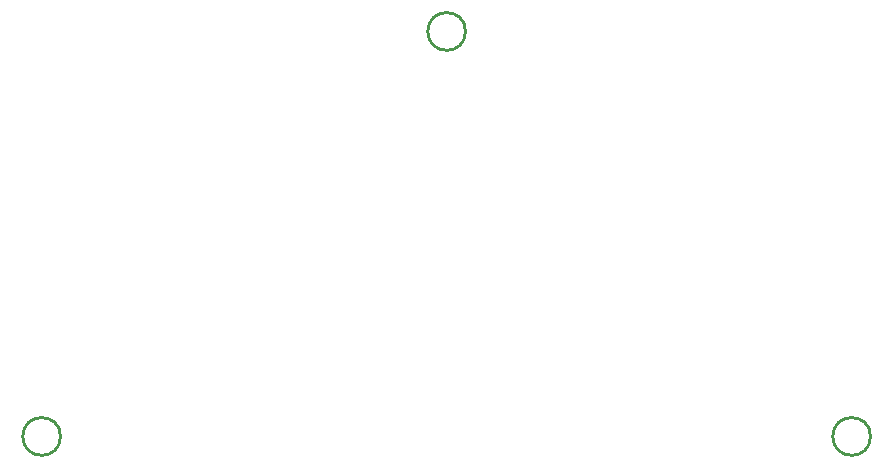
<source format=gm1>
G04 Layer_Color=16711935*
%FSLAX44Y44*%
%MOMM*%
G71*
G01*
G75*
%ADD10C,0.2540*%
D10*
X413420Y657300D02*
G03*
X413420Y657300I-16000J0D01*
G01*
X1099220D02*
G03*
X1099220Y657300I-16000J0D01*
G01*
X756320Y1000200D02*
G03*
X756320Y1000200I-16000J0D01*
G01*
M02*

</source>
